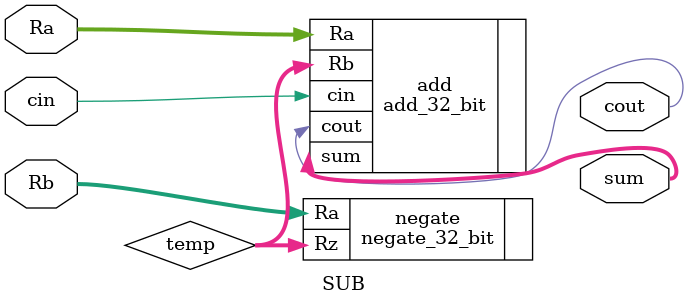
<source format=v>
`timescale 1ns / 1ps

module SUB(input wire [31:0] Ra, input wire [31:0] Rb, input wire cin, output wire [31:0] sum, output wire cout);
	wire [31:0] temp; 
	negate_32_bit negate(.Ra(Rb),.Rz(temp));
	add_32_bit add(.Ra(Ra), .Rb(temp),.cin(cin),.sum(sum),.cout(cout));
endmodule

</source>
